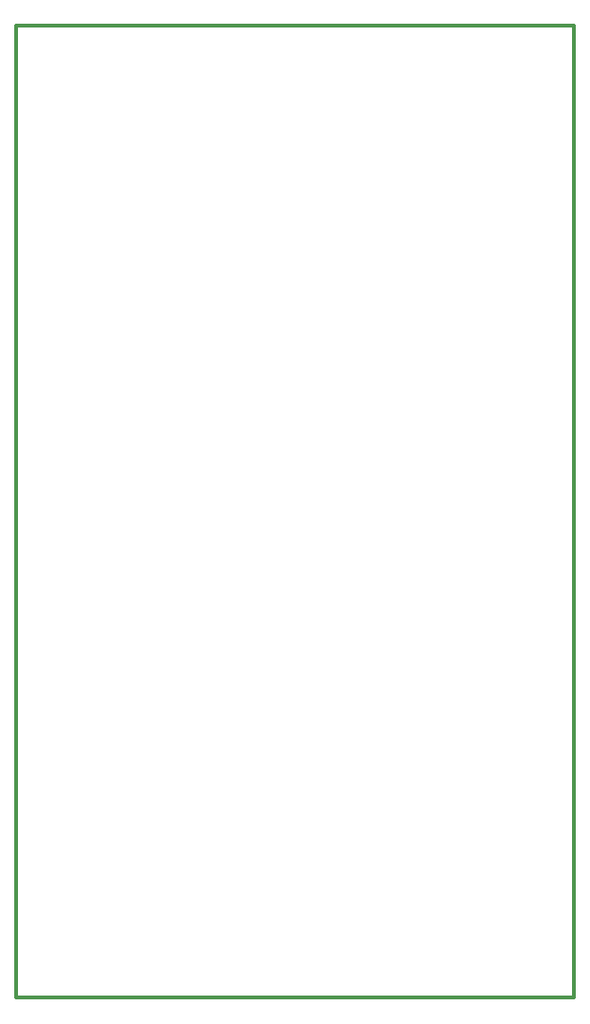
<source format=gbr>
G04 GERBER 5220*
%INB2*%
%LNDOCUMENTATION*%
%FSLAX35Y35*%
%IPPOS*%
%LPD*%
%OFA0B0*%
%MOMM*%
%ADD10C,0.30480*%
X0Y0D02*
D02*
D10*
X15240Y8695240D02*
X5005802D01*
X5005792Y15240*
X15240*
Y8695240*
X0Y0D02*
M02*

</source>
